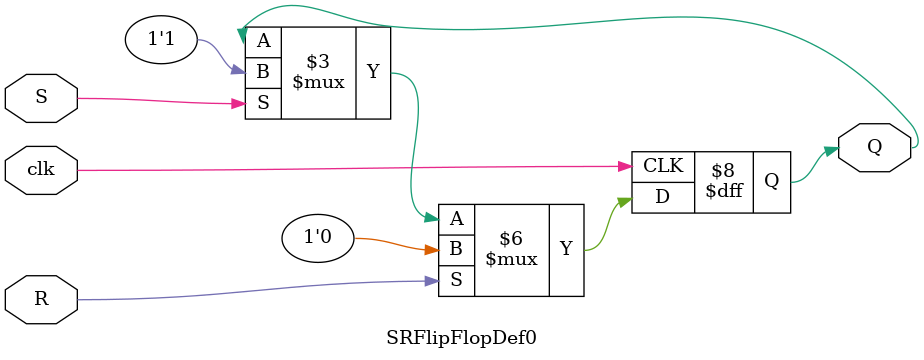
<source format=v>
module SRFlipFlop (
  input wire S,  // Set input
  input wire R,  // Reset input
  input wire clk,  // Clock input
  output reg Q  // Q output
);

  always @(posedge clk) begin
    if (R) begin
      Q <= 0;  // Reset the flip-flop
    end else if (S) begin
      Q <= 1;  // Set the flip-flop
    end
    // If neither Set nor Reset is active, the flip-flop maintains its state
  end

  // Default to 1 if neither Set nor Reset is active
  initial begin
    Q <= 1;
  end

endmodule

module SRFlipFlopDef1 (
  input wire S,  // Set input
  input wire R,  // Reset input
  input wire clk,  // Clock input
  output reg Q  // Q output
);

  always @(posedge clk) begin
    if (R) begin
      Q <= 0;  // Reset the flip-flop
    end else if (S) begin
      Q <= 1;  // Set the flip-flop
    end
    // If neither Set nor Reset is active, the flip-flop maintains its state
  end

  // Default to 1 if neither Set nor Reset is active
  initial begin
    Q <= 1;
  end

endmodule

module SRFlipFlopDef0 (
  input wire S,  // Set input
  input wire R,  // Reset input
  input wire clk,  // Clock input
  output reg Q  // Q output
);

  always @(posedge clk) begin
    if (R) begin
      Q <= 0;  // Reset the flip-flop
    end else if (S) begin
      Q <= 1;  // Set the flip-flop
    end
    // If neither Set nor Reset is active, the flip-flop maintains its state
  end

  // Default to 1 if neither Set nor Reset is active
  initial begin
    Q <= 0;
  end

endmodule
</source>
